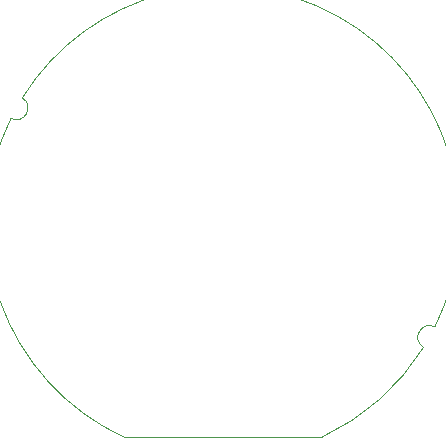
<source format=gm1>
G04 #@! TF.GenerationSoftware,KiCad,Pcbnew,(6.0.0-0)*
G04 #@! TF.CreationDate,2022-01-16T01:34:20+01:00*
G04 #@! TF.ProjectId,ESCv4.3,45534376-342e-4332-9e6b-696361645f70,rev?*
G04 #@! TF.SameCoordinates,Original*
G04 #@! TF.FileFunction,Profile,NP*
%FSLAX46Y46*%
G04 Gerber Fmt 4.6, Leading zero omitted, Abs format (unit mm)*
G04 Created by KiCad (PCBNEW (6.0.0-0)) date 2022-01-16 01:34:20*
%MOMM*%
%LPD*%
G01*
G04 APERTURE LIST*
G04 #@! TA.AperFunction,Profile*
%ADD10C,0.050000*%
G04 #@! TD*
G04 APERTURE END LIST*
D10*
X91599871Y-118150280D02*
X108399999Y-118149999D01*
X82050002Y-91180000D02*
G75*
G03*
X91599871Y-118150280I17949997J-8820000D01*
G01*
X82050001Y-91179999D02*
G75*
G03*
X83015886Y-89436502I449999J889999D01*
G01*
X117950000Y-108820000D02*
G75*
G03*
X116982719Y-110562655I-450000J-890000D01*
G01*
X108399999Y-118149999D02*
G75*
G03*
X116982702Y-110562684I-8399993J18149993D01*
G01*
X117950000Y-108820000D02*
G75*
G03*
X83015886Y-89436502I-17950593J8820292D01*
G01*
M02*

</source>
